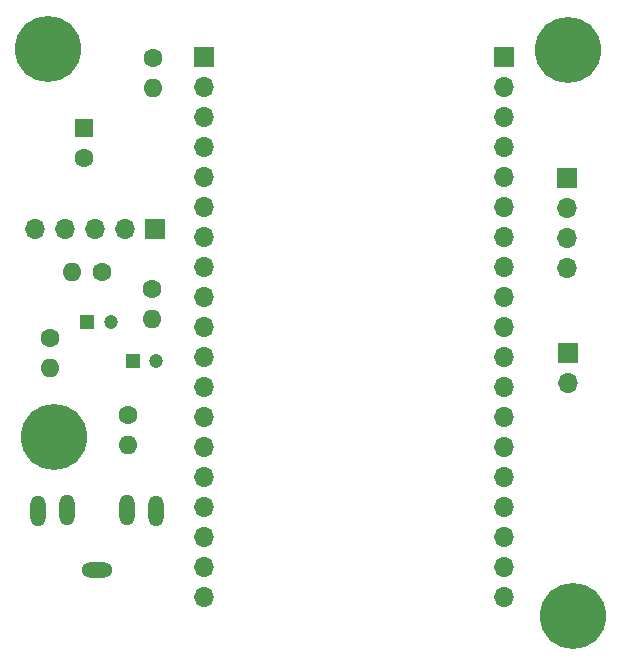
<source format=gbr>
%TF.GenerationSoftware,KiCad,Pcbnew,(6.0.5)*%
%TF.CreationDate,2022-05-27T17:05:52+02:00*%
%TF.ProjectId,ESP32Webradio_3,45535033-3257-4656-9272-6164696f5f33,rev?*%
%TF.SameCoordinates,Original*%
%TF.FileFunction,Copper,L1,Top*%
%TF.FilePolarity,Positive*%
%FSLAX46Y46*%
G04 Gerber Fmt 4.6, Leading zero omitted, Abs format (unit mm)*
G04 Created by KiCad (PCBNEW (6.0.5)) date 2022-05-27 17:05:52*
%MOMM*%
%LPD*%
G01*
G04 APERTURE LIST*
%TA.AperFunction,ComponentPad*%
%ADD10C,5.600000*%
%TD*%
%TA.AperFunction,ComponentPad*%
%ADD11R,1.700000X1.700000*%
%TD*%
%TA.AperFunction,ComponentPad*%
%ADD12O,1.700000X1.700000*%
%TD*%
%TA.AperFunction,ComponentPad*%
%ADD13C,1.600000*%
%TD*%
%TA.AperFunction,ComponentPad*%
%ADD14O,1.600000X1.600000*%
%TD*%
%TA.AperFunction,ComponentPad*%
%ADD15R,1.200000X1.200000*%
%TD*%
%TA.AperFunction,ComponentPad*%
%ADD16C,1.200000*%
%TD*%
%TA.AperFunction,ComponentPad*%
%ADD17R,1.600000X1.600000*%
%TD*%
%TA.AperFunction,ComponentPad*%
%ADD18O,2.616000X1.308000*%
%TD*%
%TA.AperFunction,ComponentPad*%
%ADD19O,1.308000X2.616000*%
%TD*%
G04 APERTURE END LIST*
D10*
%TO.P,H4,1,1*%
%TO.N,GND*%
X133000000Y-68082000D03*
%TD*%
%TO.P,H3,1,1*%
%TO.N,GND*%
X133500000Y-116000000D03*
%TD*%
D11*
%TO.P,J1,1,Pin_1*%
%TO.N,+5V*%
X132999988Y-93726000D03*
D12*
%TO.P,J1,2,Pin_2*%
%TO.N,GND*%
X132999988Y-96266000D03*
%TD*%
D13*
%TO.P,R5,1*%
%TO.N,Net-(R5-Pad1)*%
X93599000Y-86868000D03*
D14*
%TO.P,R5,2*%
%TO.N,Net-(C2-Pad1)*%
X91059000Y-86868000D03*
%TD*%
D13*
%TO.P,R2,1*%
%TO.N,Net-(R2-Pad1)*%
X97790000Y-88265000D03*
D14*
%TO.P,R2,2*%
%TO.N,Net-(C1-Pad1)*%
X97790000Y-90805000D03*
%TD*%
D11*
%TO.P,U1,1,3.3V*%
%TO.N,+3V3*%
X102256006Y-68691506D03*
D12*
%TO.P,U1,2,EN_RST*%
%TO.N,unconnected-(U1-Pad2)*%
X102256006Y-71231506D03*
%TO.P,U1,3,GPI36*%
%TO.N,unconnected-(U1-Pad3)*%
X102256006Y-73771506D03*
%TO.P,U1,4,GPI39*%
%TO.N,unconnected-(U1-Pad4)*%
X102256006Y-76311506D03*
%TO.P,U1,5,GPI34*%
%TO.N,/G34*%
X102256006Y-78851506D03*
%TO.P,U1,6,GPI35*%
%TO.N,unconnected-(U1-Pad6)*%
X102256006Y-81391506D03*
%TO.P,U1,7,GPIO32*%
%TO.N,/G32*%
X102256006Y-83931506D03*
%TO.P,U1,8,GPIO33*%
%TO.N,/G33*%
X102256006Y-86471506D03*
%TO.P,U1,9,GPIO25*%
%TO.N,Net-(R5-Pad1)*%
X102256006Y-89011506D03*
%TO.P,U1,10,GPIO26*%
%TO.N,Net-(R2-Pad1)*%
X102256006Y-91551506D03*
%TO.P,U1,11,GPIO27*%
%TO.N,unconnected-(U1-Pad11)*%
X102256006Y-94091506D03*
%TO.P,U1,12,GPIO14*%
%TO.N,unconnected-(U1-Pad12)*%
X102256006Y-96631506D03*
%TO.P,U1,13,GPIO12*%
%TO.N,unconnected-(U1-Pad13)*%
X102256006Y-99171506D03*
%TO.P,U1,14,GND*%
%TO.N,GND*%
X102256006Y-101711506D03*
%TO.P,U1,15,GPIO13*%
%TO.N,unconnected-(U1-Pad15)*%
X102256006Y-104251506D03*
%TO.P,U1,16,GPIO9*%
%TO.N,unconnected-(U1-Pad16)*%
X102256006Y-106791506D03*
%TO.P,U1,17,GPIO10*%
%TO.N,unconnected-(U1-Pad17)*%
X102256006Y-109331506D03*
%TO.P,U1,18,GPIO11*%
%TO.N,unconnected-(U1-Pad18)*%
X102256006Y-111871506D03*
%TO.P,U1,19,5V*%
%TO.N,+5V*%
X102256006Y-114411506D03*
%TO.P,U1,20,GPIO6*%
%TO.N,unconnected-(U1-Pad20)*%
X127656006Y-114411506D03*
%TO.P,U1,21,GPIO7*%
%TO.N,unconnected-(U1-Pad21)*%
X127656006Y-111871506D03*
%TO.P,U1,22,GPIO8*%
%TO.N,unconnected-(U1-Pad22)*%
X127656006Y-109331506D03*
%TO.P,U1,23,GPIO15*%
%TO.N,unconnected-(U1-Pad23)*%
X127656006Y-106791506D03*
%TO.P,U1,24,GPIO2*%
%TO.N,unconnected-(U1-Pad24)*%
X127656006Y-104251506D03*
%TO.P,U1,25,GPIO0*%
%TO.N,unconnected-(U1-Pad25)*%
X127656006Y-101711506D03*
%TO.P,U1,26,GPIO4*%
%TO.N,unconnected-(U1-Pad26)*%
X127656006Y-99171506D03*
%TO.P,U1,27,GPIO16*%
%TO.N,unconnected-(U1-Pad27)*%
X127656006Y-96631506D03*
%TO.P,U1,28,GPIO17*%
%TO.N,unconnected-(U1-Pad28)*%
X127656006Y-94091506D03*
%TO.P,U1,29,GPIO5*%
%TO.N,unconnected-(U1-Pad29)*%
X127656006Y-91551506D03*
%TO.P,U1,30,GPIO18*%
%TO.N,unconnected-(U1-Pad30)*%
X127656006Y-89011506D03*
%TO.P,U1,31,GPIO19*%
%TO.N,unconnected-(U1-Pad31)*%
X127656006Y-86471506D03*
%TO.P,U1,32,GND*%
%TO.N,unconnected-(U1-Pad32)*%
X127656006Y-83931506D03*
%TO.P,U1,33,GPIO21*%
%TO.N,/G21*%
X127656006Y-81391506D03*
%TO.P,U1,34,GPIO3*%
%TO.N,unconnected-(U1-Pad34)*%
X127656006Y-78851506D03*
%TO.P,U1,35,GPIO1*%
%TO.N,unconnected-(U1-Pad35)*%
X127656006Y-76311506D03*
%TO.P,U1,36,GPIO22*%
%TO.N,/G22*%
X127656006Y-73771506D03*
%TO.P,U1,37,GPIO23*%
%TO.N,unconnected-(U1-Pad37)*%
X127656006Y-71231506D03*
D11*
%TO.P,U1,38,GND*%
%TO.N,GND*%
X127656006Y-68691506D03*
%TD*%
D13*
%TO.P,R3,1*%
%TO.N,Net-(C1-Pad1)*%
X95758000Y-98952000D03*
D14*
%TO.P,R3,2*%
%TO.N,GND*%
X95758000Y-101492000D03*
%TD*%
D13*
%TO.P,R1,1*%
%TO.N,+3V3*%
X97917000Y-68707000D03*
D14*
%TO.P,R1,2*%
%TO.N,/G34*%
X97917000Y-71247000D03*
%TD*%
D10*
%TO.P,H1,1,1*%
%TO.N,GND*%
X89000000Y-67955000D03*
%TD*%
D15*
%TO.P,C2,1*%
%TO.N,Net-(C2-Pad1)*%
X92329000Y-91059000D03*
D16*
%TO.P,C2,2*%
%TO.N,/R*%
X94329000Y-91059000D03*
%TD*%
D10*
%TO.P,H2,1,1*%
%TO.N,GND*%
X89500000Y-100838000D03*
%TD*%
D15*
%TO.P,C1,1*%
%TO.N,Net-(C1-Pad1)*%
X96182401Y-94361000D03*
D16*
%TO.P,C1,2*%
%TO.N,/S*%
X98182401Y-94361000D03*
%TD*%
D11*
%TO.P,J3,1,Pin_1*%
%TO.N,/G22*%
X132969000Y-78867000D03*
D12*
%TO.P,J3,2,Pin_2*%
%TO.N,/G21*%
X132969000Y-81407000D03*
%TO.P,J3,3,Pin_3*%
%TO.N,+5V*%
X132969000Y-83947000D03*
%TO.P,J3,4,Pin_4*%
%TO.N,GND*%
X132969000Y-86487000D03*
%TD*%
D17*
%TO.P,C3,1*%
%TO.N,+5V*%
X92075000Y-74676000D03*
D13*
%TO.P,C3,2*%
%TO.N,GND*%
X92075000Y-77176000D03*
%TD*%
%TO.P,R4,1*%
%TO.N,Net-(C2-Pad1)*%
X89154000Y-92456000D03*
D14*
%TO.P,R4,2*%
%TO.N,GND*%
X89154000Y-94996000D03*
%TD*%
D18*
%TO.P,J5,1*%
%TO.N,GND*%
X93169511Y-112132999D03*
D19*
%TO.P,J5,2*%
%TO.N,/S*%
X98169511Y-107132999D03*
X95702406Y-107057610D03*
%TO.P,J5,3*%
%TO.N,/R*%
X88169511Y-107132999D03*
X90629511Y-107052999D03*
%TD*%
D11*
%TO.P,J2,1,Pin_1*%
%TO.N,/G34*%
X98038996Y-83185000D03*
D12*
%TO.P,J2,2,Pin_2*%
%TO.N,/G32*%
X95498996Y-83185000D03*
%TO.P,J2,3,Pin_3*%
%TO.N,/G33*%
X92958996Y-83185000D03*
%TO.P,J2,4,Pin_4*%
%TO.N,+3V3*%
X90418996Y-83185000D03*
%TO.P,J2,5,Pin_5*%
%TO.N,GND*%
X87878996Y-83185000D03*
%TD*%
M02*

</source>
